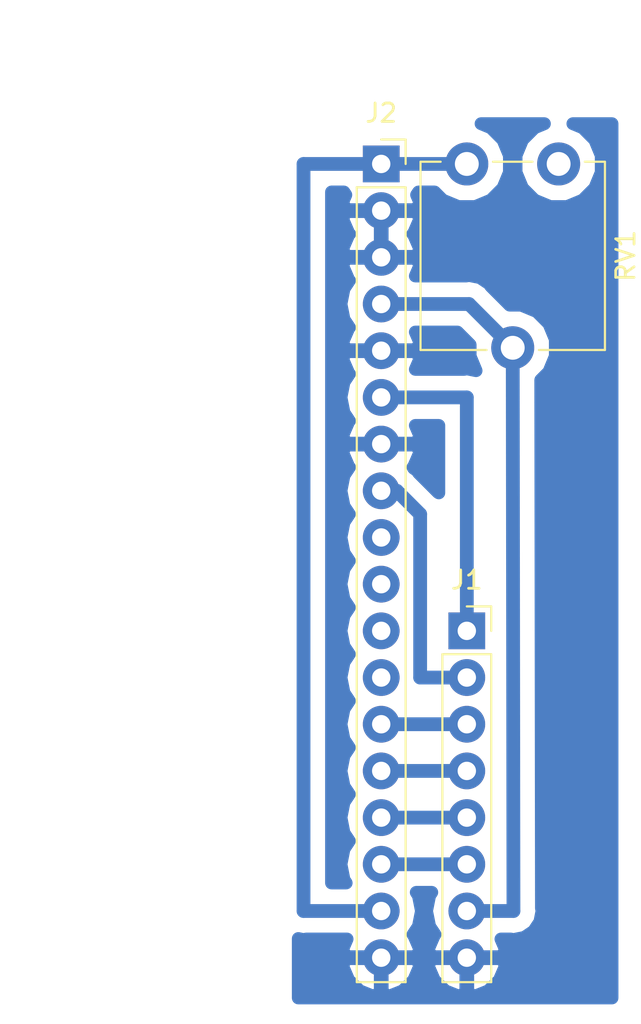
<source format=kicad_pcb>
(kicad_pcb (version 20171130) (host pcbnew 5.0.2-bee76a0~70~ubuntu14.04.1)

  (general
    (thickness 1.6)
    (drawings 28)
    (tracks 19)
    (zones 0)
    (modules 3)
    (nets 15)
  )

  (page A4)
  (layers
    (0 F.Cu signal)
    (31 B.Cu signal)
    (32 B.Adhes user)
    (33 F.Adhes user)
    (34 B.Paste user)
    (35 F.Paste user)
    (36 B.SilkS user)
    (37 F.SilkS user)
    (38 B.Mask user)
    (39 F.Mask user)
    (40 Dwgs.User user)
    (41 Cmts.User user)
    (42 Eco1.User user)
    (43 Eco2.User user)
    (44 Edge.Cuts user)
    (45 Margin user)
    (46 B.CrtYd user)
    (47 F.CrtYd user)
    (48 B.Fab user)
    (49 F.Fab user)
  )

  (setup
    (last_trace_width 0.75)
    (trace_clearance 0.2)
    (zone_clearance 0.8)
    (zone_45_only no)
    (trace_min 0.2)
    (segment_width 0.2)
    (edge_width 0.15)
    (via_size 0.8)
    (via_drill 0.4)
    (via_min_size 0.4)
    (via_min_drill 0.3)
    (uvia_size 0.3)
    (uvia_drill 0.1)
    (uvias_allowed no)
    (uvia_min_size 0.2)
    (uvia_min_drill 0.1)
    (pcb_text_width 0.3)
    (pcb_text_size 1.5 1.5)
    (mod_edge_width 0.15)
    (mod_text_size 1 1)
    (mod_text_width 0.15)
    (pad_size 2 2)
    (pad_drill 1)
    (pad_to_mask_clearance 0.051)
    (solder_mask_min_width 0.25)
    (aux_axis_origin 0 0)
    (visible_elements 7FFFFFFF)
    (pcbplotparams
      (layerselection 0x010fc_ffffffff)
      (usegerberextensions false)
      (usegerberattributes false)
      (usegerberadvancedattributes false)
      (creategerberjobfile false)
      (excludeedgelayer true)
      (linewidth 0.100000)
      (plotframeref false)
      (viasonmask false)
      (mode 1)
      (useauxorigin false)
      (hpglpennumber 1)
      (hpglpenspeed 20)
      (hpglpendiameter 15.000000)
      (psnegative false)
      (psa4output false)
      (plotreference true)
      (plotvalue true)
      (plotinvisibletext false)
      (padsonsilk false)
      (subtractmaskfromsilk false)
      (outputformat 1)
      (mirror false)
      (drillshape 1)
      (scaleselection 1)
      (outputdirectory ""))
  )

  (net 0 "")
  (net 1 "Net-(J1-Pad1)")
  (net 2 "Net-(J1-Pad2)")
  (net 3 "Net-(J1-Pad3)")
  (net 4 "Net-(J1-Pad4)")
  (net 5 "Net-(J1-Pad5)")
  (net 6 "Net-(J1-Pad6)")
  (net 7 "Net-(J1-Pad7)")
  (net 8 "Net-(J1-Pad8)")
  (net 9 "Net-(J2-Pad9)")
  (net 10 "Net-(J2-Pad10)")
  (net 11 "Net-(J2-Pad11)")
  (net 12 "Net-(J2-Pad12)")
  (net 13 "Net-(J2-Pad1)")
  (net 14 "Net-(RV1-Pad3)")

  (net_class Default "Dies ist die voreingestellte Netzklasse."
    (clearance 0.2)
    (trace_width 0.75)
    (via_dia 0.8)
    (via_drill 0.4)
    (uvia_dia 0.3)
    (uvia_drill 0.1)
    (add_net "Net-(J1-Pad1)")
    (add_net "Net-(J1-Pad2)")
    (add_net "Net-(J1-Pad3)")
    (add_net "Net-(J1-Pad4)")
    (add_net "Net-(J1-Pad5)")
    (add_net "Net-(J1-Pad6)")
    (add_net "Net-(J1-Pad7)")
    (add_net "Net-(J1-Pad8)")
    (add_net "Net-(J2-Pad1)")
    (add_net "Net-(J2-Pad10)")
    (add_net "Net-(J2-Pad11)")
    (add_net "Net-(J2-Pad12)")
    (add_net "Net-(J2-Pad9)")
    (add_net "Net-(RV1-Pad3)")
  )

  (module Connector_PinSocket_2.54mm:PinSocket_1x08_P2.54mm_Vertical (layer F.Cu) (tedit 5C07FF65) (tstamp 5C080A71)
    (at 24.13 33.02)
    (descr "Through hole straight socket strip, 1x08, 2.54mm pitch, single row (from Kicad 4.0.7), script generated")
    (tags "Through hole socket strip THT 1x08 2.54mm single row")
    (path /5C064DF0)
    (fp_text reference J1 (at 0 -2.77) (layer F.SilkS)
      (effects (font (size 1 1) (thickness 0.15)))
    )
    (fp_text value Conn_01x08_Female (at 0 20.55) (layer F.Fab)
      (effects (font (size 1 1) (thickness 0.15)))
    )
    (fp_line (start -1.27 -1.27) (end 0.635 -1.27) (layer F.Fab) (width 0.1))
    (fp_line (start 0.635 -1.27) (end 1.27 -0.635) (layer F.Fab) (width 0.1))
    (fp_line (start 1.27 -0.635) (end 1.27 19.05) (layer F.Fab) (width 0.1))
    (fp_line (start 1.27 19.05) (end -1.27 19.05) (layer F.Fab) (width 0.1))
    (fp_line (start -1.27 19.05) (end -1.27 -1.27) (layer F.Fab) (width 0.1))
    (fp_line (start -1.33 1.27) (end 1.33 1.27) (layer F.SilkS) (width 0.12))
    (fp_line (start -1.33 1.27) (end -1.33 19.11) (layer F.SilkS) (width 0.12))
    (fp_line (start -1.33 19.11) (end 1.33 19.11) (layer F.SilkS) (width 0.12))
    (fp_line (start 1.33 1.27) (end 1.33 19.11) (layer F.SilkS) (width 0.12))
    (fp_line (start 1.33 -1.33) (end 1.33 0) (layer F.SilkS) (width 0.12))
    (fp_line (start 0 -1.33) (end 1.33 -1.33) (layer F.SilkS) (width 0.12))
    (fp_line (start -1.8 -1.8) (end 1.75 -1.8) (layer F.CrtYd) (width 0.05))
    (fp_line (start 1.75 -1.8) (end 1.75 19.55) (layer F.CrtYd) (width 0.05))
    (fp_line (start 1.75 19.55) (end -1.8 19.55) (layer F.CrtYd) (width 0.05))
    (fp_line (start -1.8 19.55) (end -1.8 -1.8) (layer F.CrtYd) (width 0.05))
    (fp_text user %R (at 0 8.89 90) (layer F.Fab)
      (effects (font (size 1 1) (thickness 0.15)))
    )
    (pad 1 thru_hole rect (at 0 0) (size 2 2) (drill 1) (layers *.Cu *.Mask)
      (net 1 "Net-(J1-Pad1)"))
    (pad 2 thru_hole oval (at 0 2.54) (size 2 2) (drill 1) (layers *.Cu *.Mask)
      (net 2 "Net-(J1-Pad2)"))
    (pad 3 thru_hole oval (at 0 5.08) (size 2 2) (drill 1) (layers *.Cu *.Mask)
      (net 3 "Net-(J1-Pad3)"))
    (pad 4 thru_hole oval (at 0 7.62) (size 2 2) (drill 1) (layers *.Cu *.Mask)
      (net 4 "Net-(J1-Pad4)"))
    (pad 5 thru_hole oval (at 0 10.16) (size 2 2) (drill 1) (layers *.Cu *.Mask)
      (net 5 "Net-(J1-Pad5)"))
    (pad 6 thru_hole oval (at 0 12.7) (size 2 2) (drill 1) (layers *.Cu *.Mask)
      (net 6 "Net-(J1-Pad6)"))
    (pad 7 thru_hole oval (at 0 15.24) (size 2 2) (drill 1) (layers *.Cu *.Mask)
      (net 7 "Net-(J1-Pad7)"))
    (pad 8 thru_hole oval (at 0 17.78) (size 2 2) (drill 1) (layers *.Cu *.Mask)
      (net 8 "Net-(J1-Pad8)"))
    (model ${KISYS3DMOD}/Connector_PinSocket_2.54mm.3dshapes/PinSocket_1x08_P2.54mm_Vertical.wrl
      (at (xyz 0 0 0))
      (scale (xyz 1 1 1))
      (rotate (xyz 0 0 0))
    )
  )

  (module Potentiometer_THT:Potentiometer_ACP_CA9-V10_Vertical (layer F.Cu) (tedit 5A3D4994) (tstamp 5C10C3AC)
    (at 24.13 7.62 270)
    (descr "Potentiometer, vertical, ACP CA9-V10, http://www.acptechnologies.com/wp-content/uploads/2017/05/02-ACP-CA9-CE9.pdf")
    (tags "Potentiometer vertical ACP CA9-V10")
    (path /5C06860F)
    (fp_text reference RV1 (at 5 -8.65 270) (layer F.SilkS)
      (effects (font (size 1 1) (thickness 0.15)))
    )
    (fp_text value R_POT (at 5 3.65 270) (layer F.Fab)
      (effects (font (size 1 1) (thickness 0.15)))
    )
    (fp_circle (center 5 -2.5) (end 6.05 -2.5) (layer F.Fab) (width 0.1))
    (fp_line (start 0 -7.4) (end 0 2.4) (layer F.Fab) (width 0.1))
    (fp_line (start 0 2.4) (end 10 2.4) (layer F.Fab) (width 0.1))
    (fp_line (start 10 2.4) (end 10 -7.4) (layer F.Fab) (width 0.1))
    (fp_line (start 10 -7.4) (end 0 -7.4) (layer F.Fab) (width 0.1))
    (fp_line (start -0.12 -7.521) (end 10.12 -7.521) (layer F.SilkS) (width 0.12))
    (fp_line (start -0.12 2.52) (end 10.12 2.52) (layer F.SilkS) (width 0.12))
    (fp_line (start -0.12 -7.521) (end -0.12 -6.426) (layer F.SilkS) (width 0.12))
    (fp_line (start -0.12 -3.574) (end -0.12 -1.425) (layer F.SilkS) (width 0.12))
    (fp_line (start -0.12 1.425) (end -0.12 2.52) (layer F.SilkS) (width 0.12))
    (fp_line (start 10.12 -7.521) (end 10.12 -3.925) (layer F.SilkS) (width 0.12))
    (fp_line (start 10.12 -1.075) (end 10.12 2.52) (layer F.SilkS) (width 0.12))
    (fp_line (start -1.45 -7.65) (end -1.45 2.7) (layer F.CrtYd) (width 0.05))
    (fp_line (start -1.45 2.7) (end 11.45 2.7) (layer F.CrtYd) (width 0.05))
    (fp_line (start 11.45 2.7) (end 11.45 -7.65) (layer F.CrtYd) (width 0.05))
    (fp_line (start 11.45 -7.65) (end -1.45 -7.65) (layer F.CrtYd) (width 0.05))
    (fp_text user %R (at 1 -2.5) (layer F.Fab)
      (effects (font (size 1 1) (thickness 0.15)))
    )
    (pad 3 thru_hole circle (at 0 -5 270) (size 2.34 2.34) (drill 1.3) (layers *.Cu *.Mask)
      (net 14 "Net-(RV1-Pad3)"))
    (pad 2 thru_hole circle (at 10 -2.5 270) (size 2.34 2.34) (drill 1.3) (layers *.Cu *.Mask)
      (net 7 "Net-(J1-Pad7)"))
    (pad 1 thru_hole circle (at 0 0 270) (size 2.34 2.34) (drill 1.3) (layers *.Cu *.Mask)
      (net 13 "Net-(J2-Pad1)"))
    (model ${KISYS3DMOD}/Potentiometer_THT.3dshapes/Potentiometer_ACP_CA9-V10_Vertical.wrl
      (at (xyz 0 0 0))
      (scale (xyz 1 1 1))
      (rotate (xyz 0 0 0))
    )
  )

  (module Connector_PinSocket_2.54mm:PinSocket_1x18_P2.54mm_Vertical (layer F.Cu) (tedit 5C07FEE9) (tstamp 5C10961F)
    (at 19.469844 7.62)
    (descr "Through hole straight socket strip, 1x18, 2.54mm pitch, single row (from Kicad 4.0.7), script generated")
    (tags "Through hole socket strip THT 1x18 2.54mm single row")
    (path /5C064D60)
    (fp_text reference J2 (at 0 -2.77) (layer F.SilkS)
      (effects (font (size 1 1) (thickness 0.15)))
    )
    (fp_text value Conn_01x18_Female (at 0 45.95) (layer F.Fab)
      (effects (font (size 1 1) (thickness 0.15)))
    )
    (fp_line (start -1.27 -1.27) (end 0.635 -1.27) (layer F.Fab) (width 0.1))
    (fp_line (start 0.635 -1.27) (end 1.27 -0.635) (layer F.Fab) (width 0.1))
    (fp_line (start 1.27 -0.635) (end 1.27 44.45) (layer F.Fab) (width 0.1))
    (fp_line (start 1.27 44.45) (end -1.27 44.45) (layer F.Fab) (width 0.1))
    (fp_line (start -1.27 44.45) (end -1.27 -1.27) (layer F.Fab) (width 0.1))
    (fp_line (start -1.33 1.27) (end 1.33 1.27) (layer F.SilkS) (width 0.12))
    (fp_line (start -1.33 1.27) (end -1.33 44.51) (layer F.SilkS) (width 0.12))
    (fp_line (start -1.33 44.51) (end 1.33 44.51) (layer F.SilkS) (width 0.12))
    (fp_line (start 1.33 1.27) (end 1.33 44.51) (layer F.SilkS) (width 0.12))
    (fp_line (start 1.33 -1.33) (end 1.33 0) (layer F.SilkS) (width 0.12))
    (fp_line (start 0 -1.33) (end 1.33 -1.33) (layer F.SilkS) (width 0.12))
    (fp_line (start -1.8 -1.8) (end 1.75 -1.8) (layer F.CrtYd) (width 0.05))
    (fp_line (start 1.75 -1.8) (end 1.75 44.95) (layer F.CrtYd) (width 0.05))
    (fp_line (start 1.75 44.95) (end -1.8 44.95) (layer F.CrtYd) (width 0.05))
    (fp_line (start -1.8 44.95) (end -1.8 -1.8) (layer F.CrtYd) (width 0.05))
    (fp_text user %R (at 0 21.59 90) (layer F.Fab)
      (effects (font (size 1 1) (thickness 0.15)))
    )
    (pad 1 thru_hole rect (at 0 0) (size 2 2) (drill 1) (layers *.Cu *.Mask)
      (net 13 "Net-(J2-Pad1)"))
    (pad 2 thru_hole oval (at 0 2.54) (size 2 2) (drill 1) (layers *.Cu *.Mask)
      (net 8 "Net-(J1-Pad8)"))
    (pad 3 thru_hole oval (at 0 5.08) (size 2 2) (drill 1) (layers *.Cu *.Mask)
      (net 8 "Net-(J1-Pad8)"))
    (pad 4 thru_hole oval (at 0 7.62) (size 2 2) (drill 1) (layers *.Cu *.Mask)
      (net 7 "Net-(J1-Pad7)"))
    (pad 5 thru_hole oval (at 0 10.16) (size 2 2) (drill 1) (layers *.Cu *.Mask)
      (net 8 "Net-(J1-Pad8)"))
    (pad 6 thru_hole oval (at 0 12.7) (size 2 2) (drill 1) (layers *.Cu *.Mask)
      (net 1 "Net-(J1-Pad1)"))
    (pad 7 thru_hole oval (at 0 15.24) (size 2 2) (drill 1) (layers *.Cu *.Mask)
      (net 8 "Net-(J1-Pad8)"))
    (pad 8 thru_hole oval (at 0 17.78) (size 2 2) (drill 1) (layers *.Cu *.Mask)
      (net 2 "Net-(J1-Pad2)"))
    (pad 9 thru_hole oval (at 0 20.32) (size 2 2) (drill 1) (layers *.Cu *.Mask)
      (net 9 "Net-(J2-Pad9)"))
    (pad 10 thru_hole oval (at 0 22.86) (size 2 2) (drill 1) (layers *.Cu *.Mask)
      (net 10 "Net-(J2-Pad10)"))
    (pad 11 thru_hole oval (at 0 25.4) (size 2 2) (drill 1) (layers *.Cu *.Mask)
      (net 11 "Net-(J2-Pad11)"))
    (pad 12 thru_hole oval (at 0 27.94) (size 2 2) (drill 1) (layers *.Cu *.Mask)
      (net 12 "Net-(J2-Pad12)"))
    (pad 13 thru_hole oval (at 0 30.48) (size 2 2) (drill 1) (layers *.Cu *.Mask)
      (net 3 "Net-(J1-Pad3)"))
    (pad 14 thru_hole oval (at 0 33.02) (size 2 2) (drill 1) (layers *.Cu *.Mask)
      (net 4 "Net-(J1-Pad4)"))
    (pad 15 thru_hole oval (at 0 35.56) (size 2 2) (drill 1) (layers *.Cu *.Mask)
      (net 5 "Net-(J1-Pad5)"))
    (pad 16 thru_hole oval (at 0 38.1) (size 2 2) (drill 1) (layers *.Cu *.Mask)
      (net 6 "Net-(J1-Pad6)"))
    (pad 17 thru_hole oval (at 0 40.64) (size 2 2) (drill 1) (layers *.Cu *.Mask)
      (net 13 "Net-(J2-Pad1)"))
    (pad 18 thru_hole oval (at 0 43.18) (size 2 2) (drill 1) (layers *.Cu *.Mask)
      (net 8 "Net-(J1-Pad8)"))
    (model ${KISYS3DMOD}/Connector_PinSocket_2.54mm.3dshapes/PinSocket_1x18_P2.54mm_Vertical.wrl
      (at (xyz 0 0 0))
      (scale (xyz 1 1 1))
      (rotate (xyz 0 0 0))
    )
  )

  (dimension 17.78 (width 0.3) (layer Margin)
    (gr_text "17,780 mm" (at 23.495 -0.195) (layer Margin)
      (effects (font (size 1.5 1.5) (thickness 0.3)))
    )
    (feature1 (pts (xy 14.605 4.445) (xy 14.605 1.318579)))
    (feature2 (pts (xy 32.385 4.445) (xy 32.385 1.318579)))
    (crossbar (pts (xy 32.385 1.905) (xy 14.605 1.905)))
    (arrow1a (pts (xy 14.605 1.905) (xy 15.731504 1.318579)))
    (arrow1b (pts (xy 14.605 1.905) (xy 15.731504 2.491421)))
    (arrow2a (pts (xy 32.385 1.905) (xy 31.258496 1.318579)))
    (arrow2b (pts (xy 32.385 1.905) (xy 31.258496 2.491421)))
  )
  (dimension 48.26 (width 0.3) (layer Margin)
    (gr_text "48,260 mm" (at 4.25 29.21 270) (layer Margin)
      (effects (font (size 1.5 1.5) (thickness 0.3)))
    )
    (feature1 (pts (xy 10.16 53.34) (xy 5.763579 53.34)))
    (feature2 (pts (xy 10.16 5.08) (xy 5.763579 5.08)))
    (crossbar (pts (xy 6.35 5.08) (xy 6.35 53.34)))
    (arrow1a (pts (xy 6.35 53.34) (xy 5.763579 52.213496)))
    (arrow1b (pts (xy 6.35 53.34) (xy 6.936421 52.213496)))
    (arrow2a (pts (xy 6.35 5.08) (xy 5.763579 6.206504)))
    (arrow2b (pts (xy 6.35 5.08) (xy 6.936421 6.206504)))
  )
  (gr_text GND (at 26.035 50.8) (layer F.Paste)
    (effects (font (size 1.5 1.5) (thickness 0.1)) (justify left))
  )
  (gr_text RS (at 26.035 33.02) (layer F.Paste) (tstamp 5C080AAE)
    (effects (font (size 1.5 1.5) (thickness 0.1)) (justify left))
  )
  (gr_text E (at 26.035 35.56) (layer F.Paste) (tstamp 5C080AAE)
    (effects (font (size 1.5 1.5) (thickness 0.1)) (justify left))
  )
  (gr_text "DAT4\n" (at 26.035 38.1) (layer F.Paste) (tstamp 5C080AAE)
    (effects (font (size 1.5 1.5) (thickness 0.1)) (justify left))
  )
  (gr_text DAT5 (at 26.035 40.64) (layer F.Paste) (tstamp 5C080AAE)
    (effects (font (size 1.5 1.5) (thickness 0.1)) (justify left))
  )
  (gr_text "DAT6\n" (at 26.035 43.18) (layer F.Paste) (tstamp 5C080AAE)
    (effects (font (size 1.5 1.5) (thickness 0.1)) (justify left))
  )
  (gr_text "DAT7\n" (at 26.035 45.72) (layer F.Paste) (tstamp 5C080AAE)
    (effects (font (size 1.5 1.5) (thickness 0.1)) (justify left))
  )
  (gr_text 5V (at 26.035 48.26) (layer F.Paste) (tstamp 5C080AAE)
    (effects (font (size 1.5 1.5) (thickness 0.1)) (justify left))
  )
  (gr_text 1 (at 17.78 12.7) (layer F.Paste) (tstamp 5C07C935)
    (effects (font (size 1.5 1.5) (thickness 0.1)) (justify right))
  )
  (gr_text 2 (at 17.78 15.24) (layer F.Paste) (tstamp 5C07C935)
    (effects (font (size 1.5 1.5) (thickness 0.1)) (justify right))
  )
  (gr_text 3 (at 17.78 17.78) (layer F.Paste) (tstamp 5C07C935)
    (effects (font (size 1.5 1.5) (thickness 0.1)) (justify right))
  )
  (gr_text 4 (at 17.78 20.32) (layer F.Paste) (tstamp 5C07C935)
    (effects (font (size 1.5 1.5) (thickness 0.1)) (justify right))
  )
  (gr_text 5 (at 17.78 22.86) (layer F.Paste) (tstamp 5C07C935)
    (effects (font (size 1.5 1.5) (thickness 0.1)) (justify right))
  )
  (gr_text 6 (at 17.78 25.4) (layer F.Paste) (tstamp 5C07C935)
    (effects (font (size 1.5 1.5) (thickness 0.1)) (justify right))
  )
  (gr_text 7 (at 17.78 27.94) (layer F.Paste) (tstamp 5C07C935)
    (effects (font (size 1.5 1.5) (thickness 0.1)) (justify right))
  )
  (gr_text 8 (at 17.78 30.48) (layer F.Paste) (tstamp 5C07C935)
    (effects (font (size 1.5 1.5) (thickness 0.1)) (justify right))
  )
  (gr_text 9 (at 17.78 33.02) (layer F.Paste) (tstamp 5C07C935)
    (effects (font (size 1.5 1.5) (thickness 0.1)) (justify right))
  )
  (gr_text 15 (at 17.78 7.62) (layer F.Paste) (tstamp 5C07C935)
    (effects (font (size 1.5 1.5) (thickness 0.1)) (justify right))
  )
  (gr_text 16 (at 17.78 10.16) (layer F.Paste) (tstamp 5C07C935)
    (effects (font (size 1.5 1.5) (thickness 0.1)) (justify right))
  )
  (gr_text 10 (at 17.78 35.56) (layer F.Paste) (tstamp 5C07C935)
    (effects (font (size 1.5 1.5) (thickness 0.1)) (justify right))
  )
  (gr_text 11 (at 17.78 38.1) (layer F.Paste) (tstamp 5C07C935)
    (effects (font (size 1.5 1.5) (thickness 0.1)) (justify right))
  )
  (gr_text "12\n" (at 17.78 40.64) (layer F.Paste) (tstamp 5C07C935)
    (effects (font (size 1.5 1.5) (thickness 0.1)) (justify right))
  )
  (gr_text 13 (at 17.78 43.18) (layer F.Paste) (tstamp 5C07C935)
    (effects (font (size 1.5 1.5) (thickness 0.1)) (justify right))
  )
  (gr_text 14 (at 17.78 45.72) (layer F.Paste) (tstamp 5C07C935)
    (effects (font (size 1.5 1.5) (thickness 0.1)) (justify right))
  )
  (gr_text 15 (at 17.78 48.26) (layer F.Paste) (tstamp 5C07C935)
    (effects (font (size 1.5 1.5) (thickness 0.1)) (justify right))
  )
  (gr_text 16 (at 17.78 50.8) (layer F.Paste)
    (effects (font (size 1.5 1.5) (thickness 0.1)) (justify right))
  )

  (segment (start 24.13 20.32) (end 24.13 33.02) (width 0.75) (layer B.Cu) (net 1))
  (segment (start 19.469844 20.32) (end 24.13 20.32) (width 0.75) (layer B.Cu) (net 1))
  (segment (start 21.59 35.56) (end 24.13 35.56) (width 0.75) (layer B.Cu) (net 2))
  (segment (start 21.59 26.67) (end 21.59 35.56) (width 0.75) (layer B.Cu) (net 2))
  (segment (start 20.32 25.4) (end 21.59 26.67) (width 0.75) (layer B.Cu) (net 2))
  (segment (start 19.469844 25.4) (end 20.32 25.4) (width 0.75) (layer B.Cu) (net 2))
  (segment (start 24.13 38.1) (end 19.469844 38.1) (width 0.75) (layer B.Cu) (net 3))
  (segment (start 24.13 40.64) (end 19.469844 40.64) (width 0.75) (layer B.Cu) (net 4))
  (segment (start 24.13 43.18) (end 19.469844 43.18) (width 0.75) (layer B.Cu) (net 5))
  (segment (start 24.13 45.72) (end 19.469844 45.72) (width 0.75) (layer B.Cu) (net 6))
  (segment (start 24.25 15.24) (end 26.63 17.62) (width 0.75) (layer B.Cu) (net 7))
  (segment (start 19.469844 15.24) (end 24.25 15.24) (width 0.75) (layer B.Cu) (net 7))
  (segment (start 26.67 48.26) (end 26.63 17.62) (width 0.75) (layer B.Cu) (net 7))
  (segment (start 24.13 48.26) (end 26.67 48.26) (width 0.75) (layer B.Cu) (net 7))
  (segment (start 24.13 50.8) (end 19.469844 50.8) (width 0.75) (layer B.Cu) (net 8))
  (segment (start 24.13 7.62) (end 19.469844 7.62) (width 0.75) (layer B.Cu) (net 13))
  (segment (start 15.24 48.26) (end 15.24 7.62) (width 0.75) (layer B.Cu) (net 13))
  (segment (start 19.469844 48.26) (end 15.24 48.26) (width 0.75) (layer B.Cu) (net 13))
  (segment (start 15.24 7.62) (end 19.469844 7.62) (width 0.75) (layer B.Cu) (net 13))

  (zone (net 8) (net_name "Net-(J1-Pad8)") (layer B.Cu) (tstamp 5C080B05) (hatch edge 0.508)
    (connect_pads (clearance 0.8))
    (min_thickness 0.7)
    (fill yes (arc_segments 16) (thermal_gap 0.8) (thermal_bridge_width 0.8))
    (polygon
      (pts
        (xy 14.605 5.08) (xy 14.605 53.34) (xy 32.385 53.34) (xy 32.385 5.08)
      )
    )
    (filled_polygon
      (pts
        (xy 27.815826 5.653199) (xy 27.163199 6.305826) (xy 26.81 7.158523) (xy 26.81 8.081477) (xy 27.163199 8.934174)
        (xy 27.815826 9.586801) (xy 28.668523 9.94) (xy 29.591477 9.94) (xy 30.444174 9.586801) (xy 31.096801 8.934174)
        (xy 31.45 8.081477) (xy 31.45 7.158523) (xy 31.096801 6.305826) (xy 30.444174 5.653199) (xy 29.905324 5.43)
        (xy 32.035 5.43) (xy 32.035 52.99) (xy 14.955 52.99) (xy 14.955 51.185628) (xy 17.35471 51.185628)
        (xy 17.36814 51.253154) (xy 17.701537 52.022947) (xy 18.304143 52.606557) (xy 19.084216 52.915136) (xy 19.419844 52.661921)
        (xy 19.419844 50.85) (xy 19.519844 50.85) (xy 19.519844 52.661921) (xy 19.855472 52.915136) (xy 20.635545 52.606557)
        (xy 21.238151 52.022947) (xy 21.571548 51.253154) (xy 21.584978 51.185628) (xy 22.014866 51.185628) (xy 22.028296 51.253154)
        (xy 22.361693 52.022947) (xy 22.964299 52.606557) (xy 23.744372 52.915136) (xy 24.08 52.661921) (xy 24.08 50.85)
        (xy 24.18 50.85) (xy 24.18 52.661921) (xy 24.515628 52.915136) (xy 25.295701 52.606557) (xy 25.898307 52.022947)
        (xy 26.231704 51.253154) (xy 26.245134 51.185628) (xy 25.991829 50.85) (xy 24.18 50.85) (xy 24.08 50.85)
        (xy 22.268171 50.85) (xy 22.014866 51.185628) (xy 21.584978 51.185628) (xy 21.331673 50.85) (xy 19.519844 50.85)
        (xy 19.419844 50.85) (xy 17.608015 50.85) (xy 17.35471 51.185628) (xy 14.955 51.185628) (xy 14.955 49.758186)
        (xy 15.24 49.814876) (xy 15.390196 49.785) (xy 17.611475 49.785) (xy 17.36814 50.346846) (xy 17.35471 50.414372)
        (xy 17.608015 50.75) (xy 19.419844 50.75) (xy 19.419844 50.73) (xy 19.519844 50.73) (xy 19.519844 50.75)
        (xy 21.331673 50.75) (xy 21.584978 50.414372) (xy 21.571548 50.346846) (xy 21.238151 49.577053) (xy 21.200175 49.540274)
        (xy 21.495099 49.098888) (xy 21.661964 48.26) (xy 21.495099 47.421112) (xy 21.377425 47.245) (xy 22.222419 47.245)
        (xy 22.104745 47.421112) (xy 21.93788 48.26) (xy 22.104745 49.098888) (xy 22.399669 49.540274) (xy 22.361693 49.577053)
        (xy 22.028296 50.346846) (xy 22.014866 50.414372) (xy 22.268171 50.75) (xy 24.08 50.75) (xy 24.08 50.73)
        (xy 24.18 50.73) (xy 24.18 50.75) (xy 25.991829 50.75) (xy 26.245134 50.414372) (xy 26.231704 50.346846)
        (xy 25.988369 49.785) (xy 26.520811 49.785) (xy 26.672029 49.814874) (xy 26.967713 49.755657) (xy 27.265025 49.696518)
        (xy 27.265888 49.695942) (xy 27.266899 49.695739) (xy 27.517399 49.527887) (xy 27.769463 49.359463) (xy 27.770039 49.358601)
        (xy 27.770897 49.358026) (xy 27.938269 49.106827) (xy 28.106518 48.855025) (xy 28.10672 48.854009) (xy 28.107293 48.853149)
        (xy 28.165774 48.557124) (xy 28.224876 48.26) (xy 28.194803 48.108814) (xy 28.15729 19.373685) (xy 28.596801 18.934174)
        (xy 28.95 18.081477) (xy 28.95 17.158523) (xy 28.596801 16.305826) (xy 27.944174 15.653199) (xy 27.091477 15.3)
        (xy 26.466675 15.3) (xy 25.434543 14.267868) (xy 25.349463 14.140537) (xy 24.845025 13.803482) (xy 24.400197 13.715)
        (xy 24.400192 13.715) (xy 24.25 13.685125) (xy 24.099808 13.715) (xy 21.328213 13.715) (xy 21.571548 13.153154)
        (xy 21.584978 13.085628) (xy 21.331673 12.75) (xy 19.519844 12.75) (xy 19.519844 12.77) (xy 19.419844 12.77)
        (xy 19.419844 12.75) (xy 17.608015 12.75) (xy 17.35471 13.085628) (xy 17.36814 13.153154) (xy 17.701537 13.922947)
        (xy 17.739513 13.959726) (xy 17.444589 14.401112) (xy 17.277724 15.24) (xy 17.444589 16.078888) (xy 17.739513 16.520274)
        (xy 17.701537 16.557053) (xy 17.36814 17.326846) (xy 17.35471 17.394372) (xy 17.608015 17.73) (xy 19.419844 17.73)
        (xy 19.419844 17.71) (xy 19.519844 17.71) (xy 19.519844 17.73) (xy 21.331673 17.73) (xy 21.584978 17.394372)
        (xy 21.571548 17.326846) (xy 21.328213 16.765) (xy 23.618325 16.765) (xy 24.31 17.456675) (xy 24.31 18.081477)
        (xy 24.634765 18.865528) (xy 24.280197 18.795) (xy 24.280196 18.795) (xy 24.13 18.765124) (xy 23.979803 18.795)
        (xy 21.328213 18.795) (xy 21.571548 18.233154) (xy 21.584978 18.165628) (xy 21.331673 17.83) (xy 19.519844 17.83)
        (xy 19.519844 17.85) (xy 19.419844 17.85) (xy 19.419844 17.83) (xy 17.608015 17.83) (xy 17.35471 18.165628)
        (xy 17.36814 18.233154) (xy 17.701537 19.002947) (xy 17.739513 19.039726) (xy 17.444589 19.481112) (xy 17.277724 20.32)
        (xy 17.444589 21.158888) (xy 17.739513 21.600274) (xy 17.701537 21.637053) (xy 17.36814 22.406846) (xy 17.35471 22.474372)
        (xy 17.608015 22.81) (xy 19.419844 22.81) (xy 19.419844 22.79) (xy 19.519844 22.79) (xy 19.519844 22.81)
        (xy 21.331673 22.81) (xy 21.584978 22.474372) (xy 21.571548 22.406846) (xy 21.328213 21.845) (xy 22.605 21.845)
        (xy 22.605 25.514101) (xy 22.562133 25.485458) (xy 21.504543 24.427868) (xy 21.419463 24.300537) (xy 21.241562 24.181667)
        (xy 21.200175 24.119726) (xy 21.238151 24.082947) (xy 21.571548 23.313154) (xy 21.584978 23.245628) (xy 21.331673 22.91)
        (xy 19.519844 22.91) (xy 19.519844 22.93) (xy 19.419844 22.93) (xy 19.419844 22.91) (xy 17.608015 22.91)
        (xy 17.35471 23.245628) (xy 17.36814 23.313154) (xy 17.701537 24.082947) (xy 17.739513 24.119726) (xy 17.444589 24.561112)
        (xy 17.277724 25.4) (xy 17.444589 26.238888) (xy 17.732649 26.67) (xy 17.444589 27.101112) (xy 17.277724 27.94)
        (xy 17.444589 28.778888) (xy 17.732649 29.21) (xy 17.444589 29.641112) (xy 17.277724 30.48) (xy 17.444589 31.318888)
        (xy 17.732649 31.75) (xy 17.444589 32.181112) (xy 17.277724 33.02) (xy 17.444589 33.858888) (xy 17.732649 34.29)
        (xy 17.444589 34.721112) (xy 17.277724 35.56) (xy 17.444589 36.398888) (xy 17.732649 36.83) (xy 17.444589 37.261112)
        (xy 17.277724 38.1) (xy 17.444589 38.938888) (xy 17.732649 39.37) (xy 17.444589 39.801112) (xy 17.277724 40.64)
        (xy 17.444589 41.478888) (xy 17.732649 41.91) (xy 17.444589 42.341112) (xy 17.277724 43.18) (xy 17.444589 44.018888)
        (xy 17.732649 44.45) (xy 17.444589 44.881112) (xy 17.277724 45.72) (xy 17.444589 46.558888) (xy 17.562263 46.735)
        (xy 16.765 46.735) (xy 16.765 10.545628) (xy 17.35471 10.545628) (xy 17.36814 10.613154) (xy 17.701537 11.382947)
        (xy 17.750122 11.43) (xy 17.701537 11.477053) (xy 17.36814 12.246846) (xy 17.35471 12.314372) (xy 17.608015 12.65)
        (xy 19.419844 12.65) (xy 19.419844 10.21) (xy 19.519844 10.21) (xy 19.519844 12.65) (xy 21.331673 12.65)
        (xy 21.584978 12.314372) (xy 21.571548 12.246846) (xy 21.238151 11.477053) (xy 21.189566 11.43) (xy 21.238151 11.382947)
        (xy 21.571548 10.613154) (xy 21.584978 10.545628) (xy 21.331673 10.21) (xy 19.519844 10.21) (xy 19.419844 10.21)
        (xy 17.608015 10.21) (xy 17.35471 10.545628) (xy 16.765 10.545628) (xy 16.765 9.145) (xy 17.437545 9.145)
        (xy 17.543074 9.302934) (xy 17.36814 9.706846) (xy 17.35471 9.774372) (xy 17.608015 10.11) (xy 19.419844 10.11)
        (xy 19.419844 10.09) (xy 19.519844 10.09) (xy 19.519844 10.11) (xy 21.331673 10.11) (xy 21.584978 9.774372)
        (xy 21.571548 9.706846) (xy 21.396614 9.302934) (xy 21.502143 9.145) (xy 22.374025 9.145) (xy 22.815826 9.586801)
        (xy 23.668523 9.94) (xy 24.591477 9.94) (xy 25.444174 9.586801) (xy 26.096801 8.934174) (xy 26.45 8.081477)
        (xy 26.45 7.158523) (xy 26.096801 6.305826) (xy 25.444174 5.653199) (xy 24.905324 5.43) (xy 28.354676 5.43)
      )
    )
  )
)

</source>
